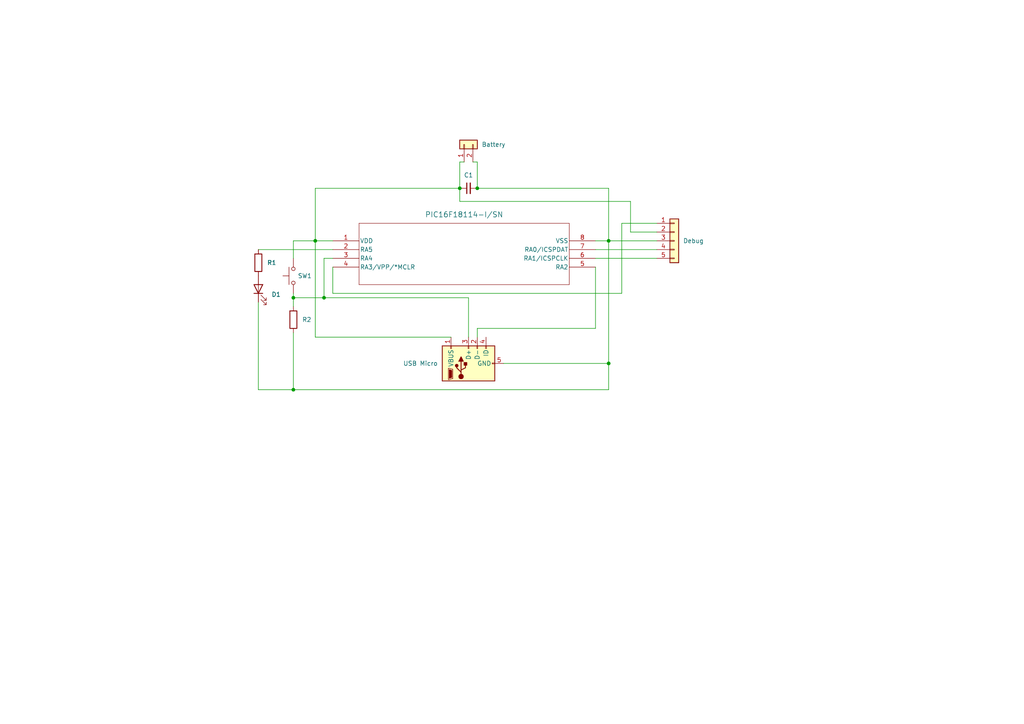
<source format=kicad_sch>
(kicad_sch (version 20230121) (generator eeschema)

  (uuid 0ac296d1-dc43-4655-a840-631d090b51c8)

  (paper "A4")

  (lib_symbols
    (symbol "2023-11-10_22-28-17:PIC16F18114-I_SN" (pin_names (offset 0.254)) (in_bom yes) (on_board yes)
      (property "Reference" "U" (at 38.1 10.16 0)
        (effects (font (size 1.524 1.524)))
      )
      (property "Value" "PIC16F18114-I/SN" (at 38.1 7.62 0)
        (effects (font (size 1.524 1.524)))
      )
      (property "Footprint" "SOIC8_SN_MCH" (at 0 0 0)
        (effects (font (size 1.27 1.27) italic) hide)
      )
      (property "Datasheet" "PIC16F18114-I/SN" (at 0 0 0)
        (effects (font (size 1.27 1.27) italic) hide)
      )
      (property "ki_locked" "" (at 0 0 0)
        (effects (font (size 1.27 1.27)))
      )
      (property "ki_keywords" "PIC16F18114-I/SN" (at 0 0 0)
        (effects (font (size 1.27 1.27)) hide)
      )
      (property "ki_fp_filters" "SOIC8_SN_MCH SOIC8_SN_MCH-M SOIC8_SN_MCH-L" (at 0 0 0)
        (effects (font (size 1.27 1.27)) hide)
      )
      (symbol "PIC16F18114-I_SN_0_1"
        (polyline
          (pts
            (xy 7.62 -12.7)
            (xy 68.58 -12.7)
          )
          (stroke (width 0.127) (type default))
          (fill (type none))
        )
        (polyline
          (pts
            (xy 7.62 5.08)
            (xy 7.62 -12.7)
          )
          (stroke (width 0.127) (type default))
          (fill (type none))
        )
        (polyline
          (pts
            (xy 68.58 -12.7)
            (xy 68.58 5.08)
          )
          (stroke (width 0.127) (type default))
          (fill (type none))
        )
        (polyline
          (pts
            (xy 68.58 5.08)
            (xy 7.62 5.08)
          )
          (stroke (width 0.127) (type default))
          (fill (type none))
        )
        (pin power_in line (at 0 0 0) (length 7.62)
          (name "VDD" (effects (font (size 1.27 1.27))))
          (number "1" (effects (font (size 1.27 1.27))))
        )
        (pin bidirectional line (at 0 -2.54 0) (length 7.62)
          (name "RA5" (effects (font (size 1.27 1.27))))
          (number "2" (effects (font (size 1.27 1.27))))
        )
        (pin bidirectional line (at 0 -5.08 0) (length 7.62)
          (name "RA4" (effects (font (size 1.27 1.27))))
          (number "3" (effects (font (size 1.27 1.27))))
        )
        (pin bidirectional line (at 0 -7.62 0) (length 7.62)
          (name "RA3/VPP/*MCLR" (effects (font (size 1.27 1.27))))
          (number "4" (effects (font (size 1.27 1.27))))
        )
        (pin bidirectional line (at 76.2 -7.62 180) (length 7.62)
          (name "RA2" (effects (font (size 1.27 1.27))))
          (number "5" (effects (font (size 1.27 1.27))))
        )
        (pin bidirectional line (at 76.2 -5.08 180) (length 7.62)
          (name "RA1/ICSPCLK" (effects (font (size 1.27 1.27))))
          (number "6" (effects (font (size 1.27 1.27))))
        )
        (pin bidirectional line (at 76.2 -2.54 180) (length 7.62)
          (name "RA0/ICSPDAT" (effects (font (size 1.27 1.27))))
          (number "7" (effects (font (size 1.27 1.27))))
        )
        (pin power_out line (at 76.2 0 180) (length 7.62)
          (name "VSS" (effects (font (size 1.27 1.27))))
          (number "8" (effects (font (size 1.27 1.27))))
        )
      )
    )
    (symbol "Connector:USB_B_Micro" (pin_names (offset 1.016)) (in_bom yes) (on_board yes)
      (property "Reference" "J1" (at 0 12.7 0)
        (effects (font (size 1.27 1.27)) hide)
      )
      (property "Value" "USB Micro" (at 0 8.89 90)
        (effects (font (size 1.27 1.27)) (justify left))
      )
      (property "Footprint" "CustomFootprints:USB_Micro-B_Custom1" (at 3.81 -1.27 0)
        (effects (font (size 1.27 1.27)) hide)
      )
      (property "Datasheet" "~" (at 3.81 -1.27 0)
        (effects (font (size 1.27 1.27)) hide)
      )
      (property "ki_keywords" "connector USB micro" (at 0 0 0)
        (effects (font (size 1.27 1.27)) hide)
      )
      (property "ki_description" "USB Micro Type B connector" (at 0 0 0)
        (effects (font (size 1.27 1.27)) hide)
      )
      (property "ki_fp_filters" "USB*" (at 0 0 0)
        (effects (font (size 1.27 1.27)) hide)
      )
      (symbol "USB_B_Micro_0_1"
        (rectangle (start -5.08 -7.62) (end 5.08 7.62)
          (stroke (width 0.254) (type default))
          (fill (type background))
        )
        (circle (center -3.81 2.159) (radius 0.635)
          (stroke (width 0.254) (type default))
          (fill (type outline))
        )
        (circle (center -0.635 3.429) (radius 0.381)
          (stroke (width 0.254) (type default))
          (fill (type outline))
        )
        (rectangle (start -0.127 -7.62) (end 0.127 -6.858)
          (stroke (width 0) (type default))
          (fill (type none))
        )
        (polyline
          (pts
            (xy -1.905 2.159)
            (xy 0.635 2.159)
          )
          (stroke (width 0.254) (type default))
          (fill (type none))
        )
        (polyline
          (pts
            (xy -3.175 2.159)
            (xy -2.54 2.159)
            (xy -1.27 3.429)
            (xy -0.635 3.429)
          )
          (stroke (width 0.254) (type default))
          (fill (type none))
        )
        (polyline
          (pts
            (xy -2.54 2.159)
            (xy -1.905 2.159)
            (xy -1.27 0.889)
            (xy 0 0.889)
          )
          (stroke (width 0.254) (type default))
          (fill (type none))
        )
        (polyline
          (pts
            (xy 0.635 2.794)
            (xy 0.635 1.524)
            (xy 1.905 2.159)
            (xy 0.635 2.794)
          )
          (stroke (width 0.254) (type default))
          (fill (type outline))
        )
        (polyline
          (pts
            (xy -4.318 5.588)
            (xy -1.778 5.588)
            (xy -2.032 4.826)
            (xy -4.064 4.826)
            (xy -4.318 5.588)
          )
          (stroke (width 0) (type default))
          (fill (type outline))
        )
        (polyline
          (pts
            (xy -4.699 5.842)
            (xy -4.699 5.588)
            (xy -4.445 4.826)
            (xy -4.445 4.572)
            (xy -1.651 4.572)
            (xy -1.651 4.826)
            (xy -1.397 5.588)
            (xy -1.397 5.842)
            (xy -4.699 5.842)
          )
          (stroke (width 0) (type default))
          (fill (type none))
        )
        (rectangle (start 0.254 1.27) (end -0.508 0.508)
          (stroke (width 0.254) (type default))
          (fill (type outline))
        )
        (rectangle (start 5.08 -5.207) (end 4.318 -4.953)
          (stroke (width 0) (type default))
          (fill (type none))
        )
        (rectangle (start 5.08 -2.667) (end 4.318 -2.413)
          (stroke (width 0) (type default))
          (fill (type none))
        )
        (rectangle (start 5.08 -0.127) (end 4.318 0.127)
          (stroke (width 0) (type default))
          (fill (type none))
        )
        (rectangle (start 5.08 4.953) (end 4.318 5.207)
          (stroke (width 0) (type default))
          (fill (type none))
        )
      )
      (symbol "USB_B_Micro_1_1"
        (pin power_out line (at 7.62 5.08 180) (length 2.54)
          (name "VBUS" (effects (font (size 1.27 1.27))))
          (number "1" (effects (font (size 1.27 1.27))))
        )
        (pin bidirectional line (at 7.62 -2.54 180) (length 2.54)
          (name "D-" (effects (font (size 1.27 1.27))))
          (number "2" (effects (font (size 1.27 1.27))))
        )
        (pin bidirectional line (at 7.62 0 180) (length 2.54)
          (name "D+" (effects (font (size 1.27 1.27))))
          (number "3" (effects (font (size 1.27 1.27))))
        )
        (pin passive line (at 7.62 -5.08 180) (length 2.54)
          (name "ID" (effects (font (size 1.27 1.27))))
          (number "4" (effects (font (size 1.27 1.27))))
        )
        (pin power_out line (at 0 -10.16 90) (length 2.54)
          (name "GND" (effects (font (size 1.27 1.27))))
          (number "5" (effects (font (size 1.27 1.27))))
        )
      )
    )
    (symbol "Connector_Generic:Conn_01x02" (pin_names (offset 1.016) hide) (in_bom yes) (on_board yes)
      (property "Reference" "J" (at 0 2.54 0)
        (effects (font (size 1.27 1.27)))
      )
      (property "Value" "Conn_01x02" (at 0 -5.08 0)
        (effects (font (size 1.27 1.27)))
      )
      (property "Footprint" "" (at 0 0 0)
        (effects (font (size 1.27 1.27)) hide)
      )
      (property "Datasheet" "~" (at 0 0 0)
        (effects (font (size 1.27 1.27)) hide)
      )
      (property "ki_keywords" "connector" (at 0 0 0)
        (effects (font (size 1.27 1.27)) hide)
      )
      (property "ki_description" "Generic connector, single row, 01x02, script generated (kicad-library-utils/schlib/autogen/connector/)" (at 0 0 0)
        (effects (font (size 1.27 1.27)) hide)
      )
      (property "ki_fp_filters" "Connector*:*_1x??_*" (at 0 0 0)
        (effects (font (size 1.27 1.27)) hide)
      )
      (symbol "Conn_01x02_1_1"
        (rectangle (start -1.27 -2.413) (end 0 -2.667)
          (stroke (width 0.1524) (type default))
          (fill (type none))
        )
        (rectangle (start -1.27 0.127) (end 0 -0.127)
          (stroke (width 0.1524) (type default))
          (fill (type none))
        )
        (rectangle (start -1.27 1.27) (end 1.27 -3.81)
          (stroke (width 0.254) (type default))
          (fill (type background))
        )
        (pin passive line (at -5.08 0 0) (length 3.81)
          (name "Pin_1" (effects (font (size 1.27 1.27))))
          (number "1" (effects (font (size 1.27 1.27))))
        )
        (pin passive line (at -5.08 -2.54 0) (length 3.81)
          (name "Pin_2" (effects (font (size 1.27 1.27))))
          (number "2" (effects (font (size 1.27 1.27))))
        )
      )
    )
    (symbol "Connector_Generic:Conn_01x05" (pin_names (offset 1.016) hide) (in_bom yes) (on_board yes)
      (property "Reference" "J" (at 0 7.62 0)
        (effects (font (size 1.27 1.27)))
      )
      (property "Value" "Conn_01x05" (at 0 -7.62 0)
        (effects (font (size 1.27 1.27)))
      )
      (property "Footprint" "" (at 0 0 0)
        (effects (font (size 1.27 1.27)) hide)
      )
      (property "Datasheet" "~" (at 0 0 0)
        (effects (font (size 1.27 1.27)) hide)
      )
      (property "ki_keywords" "connector" (at 0 0 0)
        (effects (font (size 1.27 1.27)) hide)
      )
      (property "ki_description" "Generic connector, single row, 01x05, script generated (kicad-library-utils/schlib/autogen/connector/)" (at 0 0 0)
        (effects (font (size 1.27 1.27)) hide)
      )
      (property "ki_fp_filters" "Connector*:*_1x??_*" (at 0 0 0)
        (effects (font (size 1.27 1.27)) hide)
      )
      (symbol "Conn_01x05_1_1"
        (rectangle (start -1.27 -4.953) (end 0 -5.207)
          (stroke (width 0.1524) (type default))
          (fill (type none))
        )
        (rectangle (start -1.27 -2.413) (end 0 -2.667)
          (stroke (width 0.1524) (type default))
          (fill (type none))
        )
        (rectangle (start -1.27 0.127) (end 0 -0.127)
          (stroke (width 0.1524) (type default))
          (fill (type none))
        )
        (rectangle (start -1.27 2.667) (end 0 2.413)
          (stroke (width 0.1524) (type default))
          (fill (type none))
        )
        (rectangle (start -1.27 5.207) (end 0 4.953)
          (stroke (width 0.1524) (type default))
          (fill (type none))
        )
        (rectangle (start -1.27 6.35) (end 1.27 -6.35)
          (stroke (width 0.254) (type default))
          (fill (type background))
        )
        (pin passive line (at -5.08 5.08 0) (length 3.81)
          (name "Pin_1" (effects (font (size 1.27 1.27))))
          (number "1" (effects (font (size 1.27 1.27))))
        )
        (pin passive line (at -5.08 2.54 0) (length 3.81)
          (name "Pin_2" (effects (font (size 1.27 1.27))))
          (number "2" (effects (font (size 1.27 1.27))))
        )
        (pin passive line (at -5.08 0 0) (length 3.81)
          (name "Pin_3" (effects (font (size 1.27 1.27))))
          (number "3" (effects (font (size 1.27 1.27))))
        )
        (pin passive line (at -5.08 -2.54 0) (length 3.81)
          (name "Pin_4" (effects (font (size 1.27 1.27))))
          (number "4" (effects (font (size 1.27 1.27))))
        )
        (pin passive line (at -5.08 -5.08 0) (length 3.81)
          (name "Pin_5" (effects (font (size 1.27 1.27))))
          (number "5" (effects (font (size 1.27 1.27))))
        )
      )
    )
    (symbol "Device:C_Small" (pin_numbers hide) (pin_names (offset 0.254) hide) (in_bom yes) (on_board yes)
      (property "Reference" "C" (at 0.254 1.778 0)
        (effects (font (size 1.27 1.27)) (justify left))
      )
      (property "Value" "C_Small" (at 0.254 -2.032 0)
        (effects (font (size 1.27 1.27)) (justify left))
      )
      (property "Footprint" "" (at 0 0 0)
        (effects (font (size 1.27 1.27)) hide)
      )
      (property "Datasheet" "~" (at 0 0 0)
        (effects (font (size 1.27 1.27)) hide)
      )
      (property "ki_keywords" "capacitor cap" (at 0 0 0)
        (effects (font (size 1.27 1.27)) hide)
      )
      (property "ki_description" "Unpolarized capacitor, small symbol" (at 0 0 0)
        (effects (font (size 1.27 1.27)) hide)
      )
      (property "ki_fp_filters" "C_*" (at 0 0 0)
        (effects (font (size 1.27 1.27)) hide)
      )
      (symbol "C_Small_0_1"
        (polyline
          (pts
            (xy -1.524 -0.508)
            (xy 1.524 -0.508)
          )
          (stroke (width 0.3302) (type default))
          (fill (type none))
        )
        (polyline
          (pts
            (xy -1.524 0.508)
            (xy 1.524 0.508)
          )
          (stroke (width 0.3048) (type default))
          (fill (type none))
        )
      )
      (symbol "C_Small_1_1"
        (pin passive line (at 0 2.54 270) (length 2.032)
          (name "~" (effects (font (size 1.27 1.27))))
          (number "1" (effects (font (size 1.27 1.27))))
        )
        (pin passive line (at 0 -2.54 90) (length 2.032)
          (name "~" (effects (font (size 1.27 1.27))))
          (number "2" (effects (font (size 1.27 1.27))))
        )
      )
    )
    (symbol "Device:LED" (pin_numbers hide) (pin_names (offset 1.016) hide) (in_bom yes) (on_board yes)
      (property "Reference" "D" (at 0 2.54 0)
        (effects (font (size 1.27 1.27)))
      )
      (property "Value" "LED" (at 0 -2.54 0)
        (effects (font (size 1.27 1.27)))
      )
      (property "Footprint" "" (at 0 0 0)
        (effects (font (size 1.27 1.27)) hide)
      )
      (property "Datasheet" "~" (at 0 0 0)
        (effects (font (size 1.27 1.27)) hide)
      )
      (property "ki_keywords" "LED diode" (at 0 0 0)
        (effects (font (size 1.27 1.27)) hide)
      )
      (property "ki_description" "Light emitting diode" (at 0 0 0)
        (effects (font (size 1.27 1.27)) hide)
      )
      (property "ki_fp_filters" "LED* LED_SMD:* LED_THT:*" (at 0 0 0)
        (effects (font (size 1.27 1.27)) hide)
      )
      (symbol "LED_0_1"
        (polyline
          (pts
            (xy -1.27 -1.27)
            (xy -1.27 1.27)
          )
          (stroke (width 0.254) (type default))
          (fill (type none))
        )
        (polyline
          (pts
            (xy -1.27 0)
            (xy 1.27 0)
          )
          (stroke (width 0) (type default))
          (fill (type none))
        )
        (polyline
          (pts
            (xy 1.27 -1.27)
            (xy 1.27 1.27)
            (xy -1.27 0)
            (xy 1.27 -1.27)
          )
          (stroke (width 0.254) (type default))
          (fill (type none))
        )
        (polyline
          (pts
            (xy -3.048 -0.762)
            (xy -4.572 -2.286)
            (xy -3.81 -2.286)
            (xy -4.572 -2.286)
            (xy -4.572 -1.524)
          )
          (stroke (width 0) (type default))
          (fill (type none))
        )
        (polyline
          (pts
            (xy -1.778 -0.762)
            (xy -3.302 -2.286)
            (xy -2.54 -2.286)
            (xy -3.302 -2.286)
            (xy -3.302 -1.524)
          )
          (stroke (width 0) (type default))
          (fill (type none))
        )
      )
      (symbol "LED_1_1"
        (pin passive line (at -3.81 0 0) (length 2.54)
          (name "K" (effects (font (size 1.27 1.27))))
          (number "1" (effects (font (size 1.27 1.27))))
        )
        (pin passive line (at 3.81 0 180) (length 2.54)
          (name "A" (effects (font (size 1.27 1.27))))
          (number "2" (effects (font (size 1.27 1.27))))
        )
      )
    )
    (symbol "Device:R" (pin_numbers hide) (pin_names (offset 0)) (in_bom yes) (on_board yes)
      (property "Reference" "R" (at 2.032 0 90)
        (effects (font (size 1.27 1.27)))
      )
      (property "Value" "R" (at 0 0 90)
        (effects (font (size 1.27 1.27)))
      )
      (property "Footprint" "" (at -1.778 0 90)
        (effects (font (size 1.27 1.27)) hide)
      )
      (property "Datasheet" "~" (at 0 0 0)
        (effects (font (size 1.27 1.27)) hide)
      )
      (property "ki_keywords" "R res resistor" (at 0 0 0)
        (effects (font (size 1.27 1.27)) hide)
      )
      (property "ki_description" "Resistor" (at 0 0 0)
        (effects (font (size 1.27 1.27)) hide)
      )
      (property "ki_fp_filters" "R_*" (at 0 0 0)
        (effects (font (size 1.27 1.27)) hide)
      )
      (symbol "R_0_1"
        (rectangle (start -1.016 -2.54) (end 1.016 2.54)
          (stroke (width 0.254) (type default))
          (fill (type none))
        )
      )
      (symbol "R_1_1"
        (pin passive line (at 0 3.81 270) (length 1.27)
          (name "~" (effects (font (size 1.27 1.27))))
          (number "1" (effects (font (size 1.27 1.27))))
        )
        (pin passive line (at 0 -3.81 90) (length 1.27)
          (name "~" (effects (font (size 1.27 1.27))))
          (number "2" (effects (font (size 1.27 1.27))))
        )
      )
    )
    (symbol "Switch:SW_Push" (pin_numbers hide) (pin_names (offset 1.016) hide) (in_bom yes) (on_board yes)
      (property "Reference" "SW" (at 1.27 2.54 0)
        (effects (font (size 1.27 1.27)) (justify left))
      )
      (property "Value" "SW_Push" (at 0 -1.524 0)
        (effects (font (size 1.27 1.27)))
      )
      (property "Footprint" "" (at 0 5.08 0)
        (effects (font (size 1.27 1.27)) hide)
      )
      (property "Datasheet" "~" (at 0 5.08 0)
        (effects (font (size 1.27 1.27)) hide)
      )
      (property "ki_keywords" "switch normally-open pushbutton push-button" (at 0 0 0)
        (effects (font (size 1.27 1.27)) hide)
      )
      (property "ki_description" "Push button switch, generic, two pins" (at 0 0 0)
        (effects (font (size 1.27 1.27)) hide)
      )
      (symbol "SW_Push_0_1"
        (circle (center -2.032 0) (radius 0.508)
          (stroke (width 0) (type default))
          (fill (type none))
        )
        (polyline
          (pts
            (xy 0 1.27)
            (xy 0 3.048)
          )
          (stroke (width 0) (type default))
          (fill (type none))
        )
        (polyline
          (pts
            (xy 2.54 1.27)
            (xy -2.54 1.27)
          )
          (stroke (width 0) (type default))
          (fill (type none))
        )
        (circle (center 2.032 0) (radius 0.508)
          (stroke (width 0) (type default))
          (fill (type none))
        )
        (pin passive line (at -5.08 0 0) (length 2.54)
          (name "1" (effects (font (size 1.27 1.27))))
          (number "1" (effects (font (size 1.27 1.27))))
        )
        (pin passive line (at 5.08 0 180) (length 2.54)
          (name "2" (effects (font (size 1.27 1.27))))
          (number "2" (effects (font (size 1.27 1.27))))
        )
      )
    )
  )

  (junction (at 85.09 113.03) (diameter 0) (color 0 0 0 0)
    (uuid 11216598-b2e9-41ae-8d80-c57e8989bc88)
  )
  (junction (at 176.53 105.41) (diameter 0) (color 0 0 0 0)
    (uuid 2da7dec0-b420-442b-9083-784cda7068a8)
  )
  (junction (at 176.53 69.85) (diameter 0) (color 0 0 0 0)
    (uuid 68a2d7a6-4c92-4c80-86df-3ceedb7905c5)
  )
  (junction (at 85.09 86.36) (diameter 0) (color 0 0 0 0)
    (uuid 697fa73f-ced9-4b68-bded-23b5a4f4634d)
  )
  (junction (at 138.43 54.61) (diameter 0) (color 0 0 0 0)
    (uuid 9f72f6f1-b4e5-405d-812f-2e7e7673bba1)
  )
  (junction (at 93.98 86.36) (diameter 0) (color 0 0 0 0)
    (uuid c8654386-0db0-4156-94ef-ab6d43d11676)
  )
  (junction (at 133.35 54.61) (diameter 0) (color 0 0 0 0)
    (uuid e3b1e5df-535a-4ad6-ba30-b3ef0f6f8080)
  )
  (junction (at 91.44 69.85) (diameter 0) (color 0 0 0 0)
    (uuid e9ca3891-4445-4562-a56f-ea00c93e1b38)
  )

  (wire (pts (xy 91.44 54.61) (xy 133.35 54.61))
    (stroke (width 0) (type default))
    (uuid 03452a1d-fcc3-425d-aea9-c697b0ec5954)
  )
  (wire (pts (xy 93.98 86.36) (xy 135.89 86.36))
    (stroke (width 0) (type default))
    (uuid 03476107-d9f0-435d-beea-6774de5e7e89)
  )
  (wire (pts (xy 176.53 105.41) (xy 176.53 113.03))
    (stroke (width 0) (type default))
    (uuid 056e61a2-4a61-40e9-a90b-ef90328b1e51)
  )
  (wire (pts (xy 85.09 86.36) (xy 93.98 86.36))
    (stroke (width 0) (type default))
    (uuid 06ff98b4-d750-4348-b966-d8327cb905b9)
  )
  (wire (pts (xy 93.98 74.93) (xy 93.98 86.36))
    (stroke (width 0) (type default))
    (uuid 077258d4-0eb7-4b64-ba18-a1b6bad0d17b)
  )
  (wire (pts (xy 74.93 87.63) (xy 74.93 113.03))
    (stroke (width 0) (type default))
    (uuid 09362342-0860-4d59-9865-840ba400c434)
  )
  (wire (pts (xy 138.43 95.25) (xy 138.43 97.79))
    (stroke (width 0) (type default))
    (uuid 156f6665-d1b1-482d-9876-54cfc6f1e9e4)
  )
  (wire (pts (xy 74.93 72.39) (xy 96.52 72.39))
    (stroke (width 0) (type default))
    (uuid 32059da5-1ff1-4822-91df-6f1bd3016c96)
  )
  (wire (pts (xy 138.43 46.99) (xy 137.16 46.99))
    (stroke (width 0) (type default))
    (uuid 3c464bda-0ff2-455e-8b66-0bdaa1eff638)
  )
  (wire (pts (xy 85.09 88.9) (xy 85.09 86.36))
    (stroke (width 0) (type default))
    (uuid 476af327-24a0-49e8-a831-b6bdf8230c44)
  )
  (wire (pts (xy 176.53 105.41) (xy 146.05 105.41))
    (stroke (width 0) (type default))
    (uuid 4b740aae-fbf9-4d09-8d8e-43b2c2d98c4b)
  )
  (wire (pts (xy 180.34 64.77) (xy 190.5 64.77))
    (stroke (width 0) (type default))
    (uuid 4cc27c73-7657-40e7-981a-f70769e0517d)
  )
  (wire (pts (xy 176.53 69.85) (xy 176.53 105.41))
    (stroke (width 0) (type default))
    (uuid 5059a0fd-e525-466e-a50f-138f2d9b9cac)
  )
  (wire (pts (xy 138.43 54.61) (xy 138.43 46.99))
    (stroke (width 0) (type default))
    (uuid 535233c6-28c1-4716-aa92-fc6cb6d9ea66)
  )
  (wire (pts (xy 135.89 86.36) (xy 135.89 97.79))
    (stroke (width 0) (type default))
    (uuid 6ac0d08d-084c-4110-a3bd-20dc9fb15e64)
  )
  (wire (pts (xy 133.35 54.61) (xy 133.35 58.42))
    (stroke (width 0) (type default))
    (uuid 87b9efe8-e3c0-45ab-891f-a3075bd9cabe)
  )
  (wire (pts (xy 172.72 72.39) (xy 190.5 72.39))
    (stroke (width 0) (type default))
    (uuid 892795f1-c73c-4e3b-9d1c-0ab7a2034eda)
  )
  (wire (pts (xy 91.44 69.85) (xy 85.09 69.85))
    (stroke (width 0) (type default))
    (uuid 8c598f16-49e9-40b9-ba48-0013d47ab0a5)
  )
  (wire (pts (xy 96.52 77.47) (xy 96.52 85.09))
    (stroke (width 0) (type default))
    (uuid 8fea2201-7cfc-4150-b3fc-b79e804824ea)
  )
  (wire (pts (xy 74.93 113.03) (xy 85.09 113.03))
    (stroke (width 0) (type default))
    (uuid 90661812-76ee-418e-81e6-f715ea727eb6)
  )
  (wire (pts (xy 93.98 74.93) (xy 96.52 74.93))
    (stroke (width 0) (type default))
    (uuid 94222d43-74c7-4ff3-aa09-8658bbf80306)
  )
  (wire (pts (xy 172.72 69.85) (xy 176.53 69.85))
    (stroke (width 0) (type default))
    (uuid a8158cfe-4f52-409c-a7d2-33929876344d)
  )
  (wire (pts (xy 138.43 54.61) (xy 176.53 54.61))
    (stroke (width 0) (type default))
    (uuid a87c458d-20bc-4d73-8ca9-2d1230b8c061)
  )
  (wire (pts (xy 182.88 67.31) (xy 190.5 67.31))
    (stroke (width 0) (type default))
    (uuid aaea10c0-f637-4913-bb8a-5a81761c5bd8)
  )
  (wire (pts (xy 91.44 97.79) (xy 130.81 97.79))
    (stroke (width 0) (type default))
    (uuid ac077792-24c3-4a28-8fa8-89c53e6bfbe8)
  )
  (wire (pts (xy 85.09 96.52) (xy 85.09 113.03))
    (stroke (width 0) (type default))
    (uuid b0298c4f-04a9-4271-b9d0-0b16de41ec73)
  )
  (wire (pts (xy 133.35 46.99) (xy 134.62 46.99))
    (stroke (width 0) (type default))
    (uuid b1055fa2-b691-4c2a-a5b7-f9dbd43ac28b)
  )
  (wire (pts (xy 182.88 58.42) (xy 182.88 67.31))
    (stroke (width 0) (type default))
    (uuid bbd825e0-49e4-4f84-98ec-b33588565c33)
  )
  (wire (pts (xy 176.53 69.85) (xy 190.5 69.85))
    (stroke (width 0) (type default))
    (uuid bf7432b3-1a8d-4609-bf02-edd4cca75f1e)
  )
  (wire (pts (xy 91.44 69.85) (xy 96.52 69.85))
    (stroke (width 0) (type default))
    (uuid c00c141c-a6af-4542-9469-f0aff990d98b)
  )
  (wire (pts (xy 172.72 74.93) (xy 190.5 74.93))
    (stroke (width 0) (type default))
    (uuid c1975d12-384f-4b0f-8da1-3337f8593726)
  )
  (wire (pts (xy 96.52 85.09) (xy 180.34 85.09))
    (stroke (width 0) (type default))
    (uuid c7aca339-500e-4fab-8659-06a8fc3f7724)
  )
  (wire (pts (xy 176.53 54.61) (xy 176.53 69.85))
    (stroke (width 0) (type default))
    (uuid cb66617e-13b7-4024-aca2-ea8aba39a5d2)
  )
  (wire (pts (xy 172.72 95.25) (xy 138.43 95.25))
    (stroke (width 0) (type default))
    (uuid d0415805-b6ed-44b1-a9fe-39e51d231b34)
  )
  (wire (pts (xy 91.44 97.79) (xy 91.44 69.85))
    (stroke (width 0) (type default))
    (uuid d09e1d72-bb9f-420c-bd81-fbd27213a519)
  )
  (wire (pts (xy 172.72 77.47) (xy 172.72 95.25))
    (stroke (width 0) (type default))
    (uuid d98f87ba-bf37-42b8-96b2-ba984bfbb70f)
  )
  (wire (pts (xy 91.44 54.61) (xy 91.44 69.85))
    (stroke (width 0) (type default))
    (uuid d9a082fa-de1f-4b96-899a-cbde16aebea7)
  )
  (wire (pts (xy 180.34 85.09) (xy 180.34 64.77))
    (stroke (width 0) (type default))
    (uuid deb73de4-c594-43fe-ad6a-eb815386451b)
  )
  (wire (pts (xy 85.09 113.03) (xy 176.53 113.03))
    (stroke (width 0) (type default))
    (uuid df977172-177a-45c7-bcf1-3dd701952480)
  )
  (wire (pts (xy 85.09 86.36) (xy 85.09 85.09))
    (stroke (width 0) (type default))
    (uuid e468aaf1-8b70-423a-bd0d-704a07cd4cf6)
  )
  (wire (pts (xy 85.09 69.85) (xy 85.09 74.93))
    (stroke (width 0) (type default))
    (uuid e640ccb0-30c8-47b9-a7cd-0f4c96cc2ead)
  )
  (wire (pts (xy 133.35 58.42) (xy 182.88 58.42))
    (stroke (width 0) (type default))
    (uuid ed85f658-5442-48b7-bebe-739898b2ae0c)
  )
  (wire (pts (xy 133.35 54.61) (xy 133.35 46.99))
    (stroke (width 0) (type default))
    (uuid f631b2f3-0a7c-4675-b9a8-3fdaa98791fc)
  )

  (symbol (lib_id "Connector_Generic:Conn_01x02") (at 134.62 41.91 90) (unit 1)
    (in_bom yes) (on_board yes) (dnp no) (fields_autoplaced)
    (uuid 1bb5144b-7af5-4013-9d36-a1ecd9cbfb47)
    (property "Reference" "J2" (at 134.62 39.37 0)
      (effects (font (size 1.27 1.27)) (justify left) hide)
    )
    (property "Value" "Battery" (at 139.7 41.91 90)
      (effects (font (size 1.27 1.27)) (justify right))
    )
    (property "Footprint" "CustomFootprints:JST_XH_B2B-XH-A_1x02_P2.50mm_SideMount_B" (at 134.62 41.91 0)
      (effects (font (size 1.27 1.27)) hide)
    )
    (property "Datasheet" "~" (at 134.62 41.91 0)
      (effects (font (size 1.27 1.27)) hide)
    )
    (pin "1" (uuid 410a0b05-df63-4923-ab37-07c7e9123b5f))
    (pin "2" (uuid 5ed73ad2-f2d7-42ca-bc39-fc048968da82))
    (instances
      (project "TimeRecordingButton"
        (path "/0ac296d1-dc43-4655-a840-631d090b51c8"
          (reference "J2") (unit 1)
        )
      )
    )
  )

  (symbol (lib_id "Device:R") (at 74.93 76.2 0) (unit 1)
    (in_bom yes) (on_board yes) (dnp no) (fields_autoplaced)
    (uuid 248f2593-bb49-4474-8db3-536fa252d6d7)
    (property "Reference" "R1" (at 77.47 76.2 0)
      (effects (font (size 1.27 1.27)) (justify left))
    )
    (property "Value" "R" (at 71.12 76.2 90)
      (effects (font (size 1.27 1.27)) hide)
    )
    (property "Footprint" "Resistor_SMD:R_1206_3216Metric_Pad1.30x1.75mm_HandSolder" (at 73.152 76.2 90)
      (effects (font (size 1.27 1.27)) hide)
    )
    (property "Datasheet" "~" (at 74.93 76.2 0)
      (effects (font (size 1.27 1.27)) hide)
    )
    (pin "1" (uuid 64546f28-f2d8-44fe-bd11-997c3c9dce11))
    (pin "2" (uuid d76d7cb0-c860-40d4-b8d7-808b19336ace))
    (instances
      (project "TimeRecordingButton"
        (path "/0ac296d1-dc43-4655-a840-631d090b51c8"
          (reference "R1") (unit 1)
        )
      )
    )
  )

  (symbol (lib_id "Connector_Generic:Conn_01x05") (at 195.58 69.85 0) (unit 1)
    (in_bom yes) (on_board yes) (dnp no) (fields_autoplaced)
    (uuid 27913add-757c-465f-95e0-8b405791ddc3)
    (property "Reference" "J3" (at 198.12 68.58 0)
      (effects (font (size 1.27 1.27)) (justify left) hide)
    )
    (property "Value" "Debug" (at 198.12 69.85 0)
      (effects (font (size 1.27 1.27)) (justify left))
    )
    (property "Footprint" "Connector_PinSocket_2.54mm:PinSocket_1x05_P2.54mm_Vertical" (at 195.58 69.85 0)
      (effects (font (size 1.27 1.27)) hide)
    )
    (property "Datasheet" "~" (at 195.58 69.85 0)
      (effects (font (size 1.27 1.27)) hide)
    )
    (pin "3" (uuid fa6850cf-e0fe-4472-872a-af1482d915d1))
    (pin "5" (uuid 7891223d-fdbf-4f5b-8f86-70b1de0633df))
    (pin "1" (uuid d09ba3ac-3f66-4196-972c-94de3a0e0890))
    (pin "4" (uuid e7ccefc2-e19a-4fb8-84b9-fc0f1a866e81))
    (pin "2" (uuid c08b1cf7-1e12-42f4-8c0a-32bb8354ad79))
    (instances
      (project "TimeRecordingButton"
        (path "/0ac296d1-dc43-4655-a840-631d090b51c8"
          (reference "J3") (unit 1)
        )
      )
    )
  )

  (symbol (lib_id "Switch:SW_Push") (at 85.09 80.01 90) (mirror x) (unit 1)
    (in_bom yes) (on_board yes) (dnp no) (fields_autoplaced)
    (uuid 2cddf581-70a3-4528-bf6c-945ea40401c2)
    (property "Reference" "SW1" (at 86.36 80.01 90)
      (effects (font (size 1.27 1.27)) (justify right))
    )
    (property "Value" "SW_Push" (at 86.36 78.74 90)
      (effects (font (size 1.27 1.27)) (justify right) hide)
    )
    (property "Footprint" "CustomFootprints:TouchButton-5x5mm" (at 80.01 80.01 0)
      (effects (font (size 1.27 1.27)) hide)
    )
    (property "Datasheet" "~" (at 80.01 80.01 0)
      (effects (font (size 1.27 1.27)) hide)
    )
    (pin "2" (uuid 808a57ef-1036-424f-a999-b48af2576757))
    (pin "1" (uuid 1723d25f-34c8-4f8d-876e-d693856d8089))
    (instances
      (project "TimeRecordingButton"
        (path "/0ac296d1-dc43-4655-a840-631d090b51c8"
          (reference "SW1") (unit 1)
        )
      )
    )
  )

  (symbol (lib_id "Device:LED") (at 74.93 83.82 90) (unit 1)
    (in_bom yes) (on_board yes) (dnp no) (fields_autoplaced)
    (uuid 613d7764-c377-46b8-a861-10ed83545e8c)
    (property "Reference" "D1" (at 78.74 85.4075 90)
      (effects (font (size 1.27 1.27)) (justify right))
    )
    (property "Value" "LED" (at 71.12 85.4075 0)
      (effects (font (size 1.27 1.27)) hide)
    )
    (property "Footprint" "Diode_SMD:D_1206_3216Metric_Pad1.42x1.75mm_HandSolder" (at 74.93 83.82 0)
      (effects (font (size 1.27 1.27)) hide)
    )
    (property "Datasheet" "~" (at 74.93 83.82 0)
      (effects (font (size 1.27 1.27)) hide)
    )
    (pin "2" (uuid e8ccf968-0157-4618-9e99-ba67e084f718))
    (pin "1" (uuid 2a390199-4c91-48cc-8bf0-3da3b21bfc21))
    (instances
      (project "TimeRecordingButton"
        (path "/0ac296d1-dc43-4655-a840-631d090b51c8"
          (reference "D1") (unit 1)
        )
      )
    )
  )

  (symbol (lib_id "Device:C_Small") (at 135.89 54.61 90) (unit 1)
    (in_bom yes) (on_board yes) (dnp no) (fields_autoplaced)
    (uuid 6652d330-8bf7-4717-9593-1c358fd936ac)
    (property "Reference" "C1" (at 135.8963 50.8 90)
      (effects (font (size 1.27 1.27)))
    )
    (property "Value" "C_Small" (at 137.1663 52.07 0)
      (effects (font (size 1.27 1.27)) (justify left) hide)
    )
    (property "Footprint" "Capacitor_SMD:C_0603_1608Metric_Pad1.08x0.95mm_HandSolder" (at 135.89 54.61 0)
      (effects (font (size 1.27 1.27)) hide)
    )
    (property "Datasheet" "~" (at 135.89 54.61 0)
      (effects (font (size 1.27 1.27)) hide)
    )
    (pin "2" (uuid 0244d493-8b0f-4273-9623-510c2d069d6d))
    (pin "1" (uuid 94c32aaa-4adb-49bf-bea6-525322700d94))
    (instances
      (project "TimeRecordingButton"
        (path "/0ac296d1-dc43-4655-a840-631d090b51c8"
          (reference "C1") (unit 1)
        )
      )
    )
  )

  (symbol (lib_id "Device:R") (at 85.09 92.71 0) (mirror x) (unit 1)
    (in_bom yes) (on_board yes) (dnp no) (fields_autoplaced)
    (uuid 9a6ede8c-5ba0-4eaf-847f-c3e4c5c2c035)
    (property "Reference" "R2" (at 87.63 92.71 0)
      (effects (font (size 1.27 1.27)) (justify left))
    )
    (property "Value" "R" (at 87.63 91.44 0)
      (effects (font (size 1.27 1.27)) (justify left) hide)
    )
    (property "Footprint" "Resistor_SMD:R_1206_3216Metric_Pad1.30x1.75mm_HandSolder" (at 83.312 92.71 90)
      (effects (font (size 1.27 1.27)) hide)
    )
    (property "Datasheet" "~" (at 85.09 92.71 0)
      (effects (font (size 1.27 1.27)) hide)
    )
    (pin "1" (uuid dc3686c6-b043-45da-9fbe-38c544584127))
    (pin "2" (uuid 25afed53-5083-484c-821f-5dbb23115a0e))
    (instances
      (project "TimeRecordingButton"
        (path "/0ac296d1-dc43-4655-a840-631d090b51c8"
          (reference "R2") (unit 1)
        )
      )
    )
  )

  (symbol (lib_id "Connector:USB_B_Micro") (at 135.89 105.41 90) (unit 1)
    (in_bom yes) (on_board yes) (dnp no) (fields_autoplaced)
    (uuid 9d7fdbc8-d382-4574-bfd7-f71825227375)
    (property "Reference" "J1" (at 123.19 105.41 0)
      (effects (font (size 1.27 1.27)) hide)
    )
    (property "Value" "USB Micro" (at 127 105.41 90)
      (effects (font (size 1.27 1.27)) (justify left))
    )
    (property "Footprint" "CustomFootprints:USB_Micro-B_Custom1" (at 137.16 101.6 0)
      (effects (font (size 1.27 1.27)) hide)
    )
    (property "Datasheet" "~" (at 137.16 101.6 0)
      (effects (font (size 1.27 1.27)) hide)
    )
    (pin "1" (uuid 7032dcc6-8c2b-4093-bd43-9565b3a45c40))
    (pin "2" (uuid 80903436-b2ca-4415-a5da-f715cc8097ce))
    (pin "5" (uuid 157b1f3f-38c6-446e-9d62-dc27eda55cfd))
    (pin "3" (uuid 88c24583-44ba-415a-9264-6b2d7ed6a80e))
    (pin "4" (uuid a14f83d6-c970-42c9-b55d-df9c142c4707))
    (instances
      (project "TimeRecordingButton"
        (path "/0ac296d1-dc43-4655-a840-631d090b51c8"
          (reference "J1") (unit 1)
        )
      )
    )
  )

  (symbol (lib_id "2023-11-10_22-28-17:PIC16F18114-I_SN") (at 96.52 69.85 0) (unit 1)
    (in_bom yes) (on_board yes) (dnp no) (fields_autoplaced)
    (uuid e2c44ca9-b167-4634-a1ec-6715eced3b86)
    (property "Reference" "U2" (at 134.62 59.69 0)
      (effects (font (size 1.524 1.524)) hide)
    )
    (property "Value" "PIC16F18114-I/SN" (at 134.62 62.23 0)
      (effects (font (size 1.524 1.524)))
    )
    (property "Footprint" "SOIC8_SN_MCH" (at 96.52 69.85 0)
      (effects (font (size 1.27 1.27) italic) hide)
    )
    (property "Datasheet" "PIC16F18114-I/SN" (at 96.52 69.85 0)
      (effects (font (size 1.27 1.27) italic) hide)
    )
    (pin "6" (uuid 59fe1f13-4ccb-4e9d-ba99-6e3f5a85e5a7))
    (pin "4" (uuid 0c11a889-ef2a-49a1-959a-07223415db49))
    (pin "7" (uuid ebf5a7a7-c1ef-4934-9263-cd9168fe33a8))
    (pin "8" (uuid 2d233e5d-e634-4b5e-9ad2-9b1e32a477b8))
    (pin "2" (uuid 22527e2e-edc6-45b1-bd21-a6776dfe2cac))
    (pin "1" (uuid 9300dac6-7ae7-4647-bfa6-7c69dea07fee))
    (pin "3" (uuid a187755a-a570-4b1b-816f-132a98b99068))
    (pin "5" (uuid 9ab57b48-50d2-4520-af69-db0f6e94842f))
    (instances
      (project "TimeRecordingButton"
        (path "/0ac296d1-dc43-4655-a840-631d090b51c8"
          (reference "U2") (unit 1)
        )
      )
    )
  )

  (sheet_instances
    (path "/" (page "1"))
  )
)

</source>
